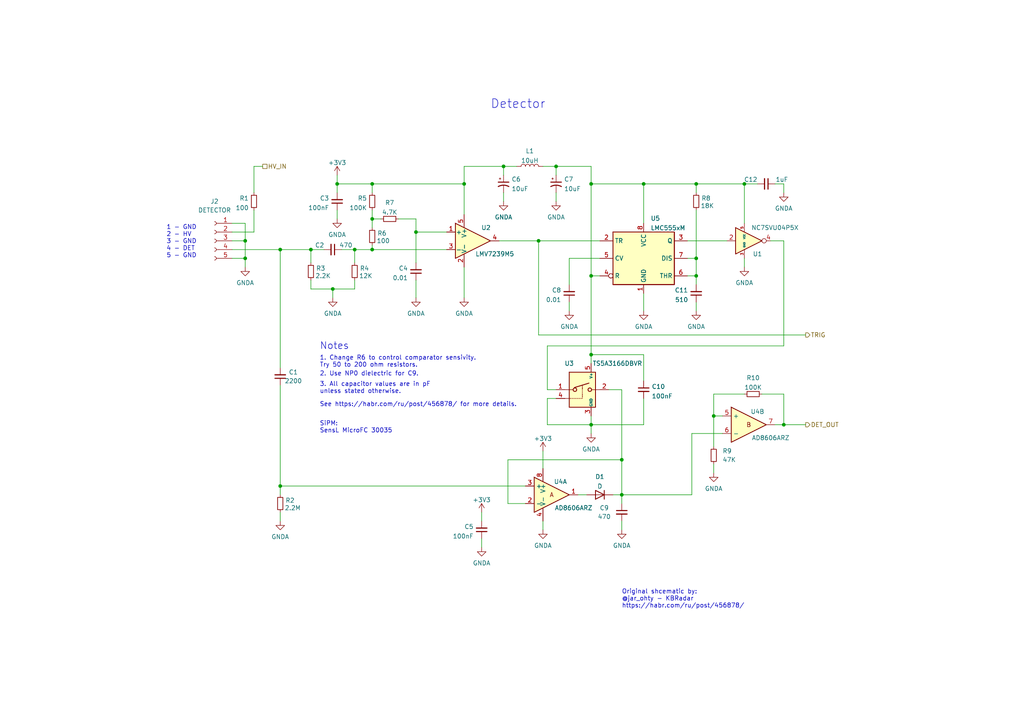
<source format=kicad_sch>
(kicad_sch (version 20211123) (generator eeschema)
  (paper "A4")
  (title_block (title "SiPM analog in") (date "2022-03-26") (rev "A0"))
  (lib_symbols
    (symbol "74xGxx:NC7SVU04P5X"
      (property "Reference" "U" (at -2.54 5.08 0))
      (property "Value" "NC7SVU04P5X" (at 7.62 5.08 0))
      (symbol "NC7SVU04P5X_0_1"
        (polyline (pts (xy -2.54 3.81) (xy -2.54 -3.81) (xy 5.08 0) (xy -2.54 3.81)) (stroke (width 0.254)) (fill (type background)))
        (circle (center 5.715 0) (radius 0.635))
      )
      (symbol "NC7SVU04P5X_1_1"
        (pin no_connect line (at 5.08 0 180) (length 2.54) hide (name "NC") (number "1"))
        (pin input line (at -5.08 0 0) (length 2.54) (name "~") (number "2"))
        (pin power_in line (at 0 -5.08 90) (length 2.54) (name "GND") (number "3"))
        (pin output line (at 7.62 0 180) (length 1.27) (name "~") (number "4"))
        (pin power_in line (at 0 5.08 270) (length 2.54) (name "VCC") (number "5"))
      )
    )
    (symbol "Analog_Switch:TS5A3166DBVR" (pin_names (offset 0.127))
      (property "Reference" "U" (at -3.81 6.35 0))
      (property "Value" "TS5A3166DBVR" (at 3.81 -6.35 0))
      (symbol "TS5A3166DBVR_0_1"
        (polyline (pts (xy -5.08 -2.54) (xy -3.302 -2.54)))
        (polyline (pts (xy -3.048 -2.54) (xy -2.794 -2.54)))
        (polyline (pts (xy -2.54 -2.54) (xy -2.286 -2.54)))
        (polyline (pts (xy -2.032 -2.54) (xy -1.778 -2.54)))
        (polyline (pts (xy -1.524 -2.54) (xy -1.27 -2.54)))
        (polyline (pts (xy -1.016 -2.54) (xy -0.762 -2.54)))
        (polyline (pts (xy -0.508 -2.54) (xy -0.254 -2.54)))
        (polyline (pts (xy 0 -2.032) (xy 0 -1.778)))
        (polyline (pts (xy 0 -1.524) (xy 0 -1.27)))
      )
      (symbol "TS5A3166DBVR_1_1"
        (rectangle (start -3.81 5.08) (end 3.81 -5.08) (stroke (width 0.254)) (fill (type background)))
        (circle (center -2.159 0) (radius 0.508) (stroke (width 0.254)))
        (polyline (pts (xy -5.08 0) (xy -2.794 0)))
        (polyline (pts (xy -2.286 0.635) (xy 1.905 1.905)) (stroke (width 0.254)))
        (polyline (pts (xy 0 -2.54) (xy 0 -2.286)))
        (polyline (pts (xy 0 -2.032) (xy 0 -1.778)))
        (polyline (pts (xy 0 -1.524) (xy 0 -1.27)))
        (polyline (pts (xy 0 -1.016) (xy 0 -0.762)))
        (polyline (pts (xy 0 -0.508) (xy 0 -0.254)))
        (polyline (pts (xy 0 0) (xy 0 0.508)))
        (polyline (pts (xy 0 0.254) (xy 0 1.27)))
        (polyline (pts (xy 5.08 0) (xy 2.794 0)))
        (circle (center 2.159 0) (radius 0.508) (stroke (width 0.254)))
        (pin passive line (at -7.62 0 0) (length 2.54) (name "~") (number "1"))
        (pin passive line (at 7.62 0 180) (length 2.54) (name "~") (number "2"))
        (pin power_in line (at 2.54 -7.62 90) (length 2.54) (name "GND") (number "3"))
        (pin input line (at -7.62 -2.54 0) (length 2.54) (name "~") (number "4"))
        (pin power_in line (at 2.54 7.62 270) (length 2.54) (name "V+") (number "5"))
      )
    )
    (symbol "Connector:Conn_01x05_Female" (pin_names (offset 1.016) hide)
      (property "Reference" "J" (at 0 7.62 0))
      (property "Value" "Conn_01x05_Female" (at 0 -7.62 0))
      (symbol "Conn_01x05_Female_1_1"
        (arc (start 0 -4.572) (mid -0.508 -5.08) (end 0 -5.588) (stroke (width 0.1524)))
        (arc (start 0 -2.032) (mid -0.508 -2.54) (end 0 -3.048) (stroke (width 0.1524)))
        (polyline (pts (xy -1.27 -5.08) (xy -0.508 -5.08)) (stroke (width 0.1524)))
        (polyline (pts (xy -1.27 -2.54) (xy -0.508 -2.54)) (stroke (width 0.1524)))
        (polyline (pts (xy -1.27 0) (xy -0.508 0)) (stroke (width 0.1524)))
        (polyline (pts (xy -1.27 2.54) (xy -0.508 2.54)) (stroke (width 0.1524)))
        (polyline (pts (xy -1.27 5.08) (xy -0.508 5.08)) (stroke (width 0.1524)))
        (arc (start 0 0.508) (mid -0.508 0) (end 0 -0.508) (stroke (width 0.1524)))
        (arc (start 0 3.048) (mid -0.508 2.54) (end 0 2.032) (stroke (width 0.1524)))
        (arc (start 0 5.588) (mid -0.508 5.08) (end 0 4.572) (stroke (width 0.1524)))
        (pin passive line (at -5.08 5.08 0) (length 3.81) (name "Pin_1") (number "1"))
        (pin passive line (at -5.08 2.54 0) (length 3.81) (name "Pin_2") (number "2"))
        (pin passive line (at -5.08 0 0) (length 3.81) (name "Pin_3") (number "3"))
        (pin passive line (at -5.08 -2.54 0) (length 3.81) (name "Pin_4") (number "4"))
        (pin passive line (at -5.08 -5.08 0) (length 3.81) (name "Pin_5") (number "5"))
      )
    )
    (symbol "Device:CP1_Small" (pin_numbers hide) (pin_names (offset 0.254) hide)
      (property "Reference" "C" (at 0.254 1.778 0))
      (property "Value" "CP1_Small" (at 0.254 -2.032 0))
      (symbol "CP1_Small_0_1"
        (polyline (pts (xy -1.524 0.508) (xy 1.524 0.508)) (stroke (width 0.3048)))
        (polyline (pts (xy -1.27 1.524) (xy -0.762 1.524)))
        (polyline (pts (xy -1.016 1.27) (xy -1.016 1.778)))
        (arc (start 1.524 -0.762) (mid 0 -0.3734) (end -1.524 -0.762) (stroke (width 0.3048)))
      )
      (symbol "CP1_Small_1_1"
        (pin passive line (at 0 2.54 270) (length 2.032) (name "~") (number "1"))
        (pin passive line (at 0 -2.54 90) (length 2.032) (name "~") (number "2"))
      )
    )
    (symbol "Device:C_Small" (pin_numbers hide) (pin_names (offset 0.254) hide)
      (property "Reference" "C" (at 0.254 1.778 0))
      (property "Value" "C_Small" (at 0.254 -2.032 0))
      (symbol "C_Small_0_1"
        (polyline (pts (xy -1.524 -0.508) (xy 1.524 -0.508)) (stroke (width 0.3302)))
        (polyline (pts (xy -1.524 0.508) (xy 1.524 0.508)) (stroke (width 0.3048)))
      )
      (symbol "C_Small_1_1"
        (pin passive line (at 0 2.54 270) (length 2.032) (name "~") (number "1"))
        (pin passive line (at 0 -2.54 90) (length 2.032) (name "~") (number "2"))
      )
    )
    (symbol "Device:D" (pin_numbers hide) (pin_names (offset 1.016) hide)
      (property "Reference" "D" (at 0 2.54 0))
      (property "Value" "D" (at 0 -2.54 0))
      (symbol "D_0_1"
        (polyline (pts (xy -1.27 1.27) (xy -1.27 -1.27)) (stroke (width 0.254)))
        (polyline (pts (xy 1.27 0) (xy -1.27 0)))
        (polyline (pts (xy 1.27 1.27) (xy 1.27 -1.27) (xy -1.27 0) (xy 1.27 1.27)) (stroke (width 0.254)))
      )
      (symbol "D_1_1"
        (pin passive line (at -3.81 0 0) (length 2.54) (name "K") (number "1"))
        (pin passive line (at 3.81 0 180) (length 2.54) (name "A") (number "2"))
      )
    )
    (symbol "Device:L" (pin_numbers hide) (pin_names (offset 1.016) hide)
      (property "Reference" "L" (at -1.27 0 90))
      (property "Value" "L" (at 1.905 0 90))
      (symbol "L_0_1"
        (arc (start 0 -2.54) (mid 0.635 -1.905) (end 0 -1.27))
        (arc (start 0 -1.27) (mid 0.635 -0.635) (end 0 0))
        (arc (start 0 0) (mid 0.635 0.635) (end 0 1.27))
        (arc (start 0 1.27) (mid 0.635 1.905) (end 0 2.54))
      )
      (symbol "L_1_1"
        (pin passive line (at 0 3.81 270) (length 1.27) (name "1") (number "1"))
        (pin passive line (at 0 -3.81 90) (length 1.27) (name "2") (number "2"))
      )
    )
    (symbol "Device:R_Small" (pin_numbers hide) (pin_names (offset 0.254) hide)
      (property "Reference" "R" (at 0.762 0.508 0))
      (property "Value" "R_Small" (at 0.762 -1.016 0))
      (symbol "R_Small_0_1"
        (rectangle (start -0.762 1.778) (end 0.762 -1.778) (stroke (width 0.2032)))
      )
      (symbol "R_Small_1_1"
        (pin passive line (at 0 2.54 270) (length 0.762) (name "~") (number "1"))
        (pin passive line (at 0 -2.54 90) (length 0.762) (name "~") (number "2"))
      )
    )
    (symbol "Timer:LMC555xM"
      (property "Reference" "U" (at -10.16 8.89 0))
      (property "Value" "LMC555xM" (at 2.54 8.89 0))
      (symbol "LMC555xM_0_0"
        (pin power_in line (at 0 -10.16 90) (length 2.54) (name "GND") (number "1"))
        (pin power_in line (at 0 10.16 270) (length 2.54) (name "VCC") (number "8"))
      )
      (symbol "LMC555xM_0_1"
        (rectangle (start -8.89 -7.62) (end 8.89 7.62) (stroke (width 0.254)) (fill (type background)))
        (rectangle (start -8.89 -7.62) (end 8.89 7.62) (stroke (width 0.254)) (fill (type background)))
      )
      (symbol "LMC555xM_1_1"
        (pin input line (at -12.7 5.08 0) (length 3.81) (name "TR") (number "2"))
        (pin output line (at 12.7 5.08 180) (length 3.81) (name "Q") (number "3"))
        (pin input inverted (at -12.7 -5.08 0) (length 3.81) (name "R") (number "4"))
        (pin input line (at -12.7 0 0) (length 3.81) (name "CV") (number "5"))
        (pin input line (at 12.7 -5.08 180) (length 3.81) (name "THR") (number "6"))
        (pin input line (at 12.7 0 180) (length 3.81) (name "DIS") (number "7"))
      )
    )
    (symbol "power:+3V3" (power) (pin_names (offset 0))
      (property "Value" "+3V3" (at 0 3.556 0))
      (symbol "+3V3_0_1"
        (polyline (pts (xy -0.762 1.27) (xy 0 2.54)))
        (polyline (pts (xy 0 0) (xy 0 2.54)))
        (polyline (pts (xy 0 2.54) (xy 0.762 1.27)))
      )
      (symbol "+3V3_1_1"
        (pin power_in line (at 0 0 90) (length 0) hide (name "+3V3") (number "1"))
      )
    )
    (symbol "power:GNDA" (power) (pin_names (offset 0))
      (property "Value" "GNDA" (at 0 -3.81 0))
      (symbol "GNDA_0_1"
        (polyline (pts (xy 0 0) (xy 0 -1.27) (xy 1.27 -1.27) (xy 0 -2.54) (xy -1.27 -1.27) (xy 0 -1.27)))
      )
      (symbol "GNDA_1_1"
        (pin power_in line (at 0 0 270) (length 0) hide (name "GNDA") (number "1"))
      )
    )
    (symbol "yktsat-common:AD8606ARZ"
      (property "Reference" "U" (at 1.27 2.54 0))
      (property "Value" "AD8606ARZ" (at 6.35 -5.08 0))
      (symbol "AD8606ARZ_0_1"
        (polyline (pts (xy -5.08 3.81) (xy 5.08 -1.27) (xy -5.08 -6.35) (xy -5.08 3.81)) (stroke (width 0.254)) (fill (type background)))
      )
      (symbol "AD8606ARZ_1_0"
        (text "A" (at 0 -1.27 0) (effects (font (size 1.27 1.27))))
      )
      (symbol "AD8606ARZ_1_1"
        (pin output line (at 7.62 -1.27 180) (length 2.54) (name "~") (number "1"))
        (pin input line (at -7.62 -3.81 0) (length 2.54) (name "-") (number "2"))
        (pin input line (at -7.62 1.27 0) (length 2.54) (name "+") (number "3"))
        (pin power_in line (at -2.54 -8.89 90) (length 3.81) (name "V-") (number "4"))
        (pin power_in line (at -2.54 6.35 270) (length 3.81) (name "V+") (number "8"))
      )
      (symbol "AD8606ARZ_2_0"
        (text "B" (at 0 -1.27 0) (effects (font (size 1.27 1.27))))
      )
      (symbol "AD8606ARZ_2_1"
        (pin input line (at -7.62 1.27 0) (length 2.54) (name "+") (number "5"))
        (pin input line (at -7.62 -3.81 0) (length 2.54) (name "-") (number "6"))
        (pin output line (at 7.62 -1.27 180) (length 2.54) (name "~") (number "7"))
      )
    )
    (symbol "yktsat-common:LMV7239M5" (pin_names (offset 0.127))
      (property "Reference" "U" (at 1.27 5.08 0))
      (property "Value" "LMV7239M5" (at 3.81 -5.08 0))
      (symbol "LMV7239M5_0_1"
        (polyline (pts (xy -5.08 5.08) (xy 5.08 0) (xy -5.08 -5.08) (xy -5.08 5.08)) (stroke (width 0.254)) (fill (type background)))
      )
      (symbol "LMV7239M5_1_1"
        (pin input line (at -7.62 2.54 0) (length 2.54) (name "+") (number "1"))
        (pin power_in line (at -2.54 -7.62 90) (length 3.81) (name "V-") (number "2"))
        (pin input line (at -7.62 -2.54 0) (length 2.54) (name "-") (number "3"))
        (pin output line (at 7.62 0 180) (length 2.54) (name "~") (number "4"))
        (pin power_in line (at -2.54 7.62 270) (length 3.81) (name "V+") (number "5"))
      )
    )
  )
  (junction (at 102.87 72.39))
  (junction (at 134.62 53.34))
  (junction (at 96.52 83.82))
  (junction (at 107.95 63.5))
  (junction (at 81.28 72.39))
  (junction (at 171.45 53.34))
  (junction (at 71.12 69.85))
  (junction (at 227.33 123.19))
  (junction (at 81.28 140.97))
  (junction (at 201.93 53.34))
  (junction (at 107.95 53.34))
  (junction (at 171.45 102.87))
  (junction (at 207.01 120.65))
  (junction (at 71.12 74.93))
  (junction (at 107.95 72.39))
  (junction (at 201.93 74.93))
  (junction (at 90.17 72.39))
  (junction (at 180.34 143.51))
  (junction (at 161.29 48.26))
  (junction (at 171.45 123.19))
  (junction (at 156.21 69.85))
  (junction (at 186.69 53.34))
  (junction (at 120.65 67.31))
  (junction (at 171.45 80.01))
  (junction (at 97.79 53.34))
  (junction (at 215.9 53.34))
  (junction (at 146.05 48.26))
  (junction (at 180.34 133.35))
  (junction (at 201.93 80.01))
  (wire (pts (xy 171.45 53.34) (xy 171.45 80.01)))
  (wire (pts (xy 180.34 133.35) (xy 147.32 133.35)))
  (wire (pts (xy 227.33 53.34) (xy 227.33 55.88)))
  (wire (pts (xy 134.62 48.26) (xy 134.62 53.34)))
  (wire (pts (xy 90.17 72.39) (xy 93.98 72.39)))
  (wire (pts (xy 158.75 100.33) (xy 227.33 100.33)))
  (wire (pts (xy 199.39 80.01) (xy 201.93 80.01)))
  (wire (pts (xy 227.33 100.33) (xy 227.33 69.85)))
  (wire (pts (xy 97.79 53.34) (xy 107.95 53.34)))
  (wire (pts (xy 139.7 156.21) (xy 139.7 158.75)))
  (wire (pts (xy 161.29 115.57) (xy 158.75 115.57)))
  (wire (pts (xy 171.45 53.34) (xy 186.69 53.34)))
  (wire (pts (xy 71.12 77.47) (xy 71.12 74.93)))
  (wire (pts (xy 201.93 53.34) (xy 215.9 53.34)))
  (wire (pts (xy 180.34 151.13) (xy 180.34 153.67)))
  (wire (pts (xy 171.45 80.01) (xy 173.99 80.01)))
  (wire (pts (xy 171.45 102.87) (xy 171.45 105.41)))
  (wire (pts (xy 201.93 60.96) (xy 201.93 74.93)))
  (wire (pts (xy 107.95 55.88) (xy 107.95 53.34)))
  (wire (pts (xy 99.06 72.39) (xy 102.87 72.39)))
  (wire (pts (xy 176.53 113.03) (xy 180.34 113.03)))
  (wire (pts (xy 215.9 74.93) (xy 215.9 77.47)))
  (wire (pts (xy 147.32 133.35) (xy 147.32 146.05)))
  (wire (pts (xy 134.62 77.47) (xy 134.62 86.36)))
  (wire (pts (xy 81.28 72.39) (xy 81.28 106.68)))
  (wire (pts (xy 134.62 48.26) (xy 146.05 48.26)))
  (wire (pts (xy 158.75 115.57) (xy 158.75 123.19)))
  (wire (pts (xy 90.17 83.82) (xy 96.52 83.82)))
  (wire (pts (xy 102.87 72.39) (xy 102.87 76.2)))
  (wire (pts (xy 173.99 74.93) (xy 165.1 74.93)))
  (wire (pts (xy 157.48 130.81) (xy 157.48 135.89)))
  (wire (pts (xy 107.95 53.34) (xy 134.62 53.34)))
  (wire (pts (xy 81.28 140.97) (xy 81.28 143.51)))
  (wire (pts (xy 180.34 113.03) (xy 180.34 133.35)))
  (wire (pts (xy 81.28 140.97) (xy 152.4 140.97)))
  (wire (pts (xy 120.65 81.28) (xy 120.65 86.36)))
  (wire (pts (xy 215.9 53.34) (xy 219.71 53.34)))
  (wire (pts (xy 81.28 111.76) (xy 81.28 140.97)))
  (wire (pts (xy 71.12 64.77) (xy 71.12 69.85)))
  (wire (pts (xy 171.45 123.19) (xy 186.69 123.19)))
  (wire (pts (xy 200.66 125.73) (xy 209.55 125.73)))
  (wire (pts (xy 224.79 123.19) (xy 227.33 123.19)))
  (wire (pts (xy 171.45 102.87) (xy 186.69 102.87)))
  (wire (pts (xy 107.95 60.96) (xy 107.95 63.5)))
  (wire (pts (xy 158.75 113.03) (xy 161.29 113.03)))
  (wire (pts (xy 156.21 69.85) (xy 173.99 69.85)))
  (wire (pts (xy 158.75 123.19) (xy 171.45 123.19)))
  (wire (pts (xy 110.49 63.5) (xy 107.95 63.5)))
  (wire (pts (xy 180.34 143.51) (xy 177.8 143.51)))
  (wire (pts (xy 67.31 72.39) (xy 81.28 72.39)))
  (wire (pts (xy 73.66 60.96) (xy 73.66 67.31)))
  (wire (pts (xy 81.28 72.39) (xy 90.17 72.39)))
  (wire (pts (xy 224.79 53.34) (xy 227.33 53.34)))
  (wire (pts (xy 107.95 71.12) (xy 107.95 72.39)))
  (wire (pts (xy 146.05 48.26) (xy 149.86 48.26)))
  (wire (pts (xy 201.93 53.34) (xy 186.69 53.34)))
  (wire (pts (xy 97.79 60.96) (xy 97.79 63.5)))
  (wire (pts (xy 186.69 102.87) (xy 186.69 110.49)))
  (wire (pts (xy 201.93 74.93) (xy 201.93 80.01)))
  (wire (pts (xy 186.69 123.19) (xy 186.69 115.57)))
  (wire (pts (xy 156.21 97.155) (xy 156.21 69.85)))
  (wire (pts (xy 67.31 64.77) (xy 71.12 64.77)))
  (wire (pts (xy 134.62 53.34) (xy 134.62 62.23)))
  (wire (pts (xy 90.17 81.28) (xy 90.17 83.82)))
  (wire (pts (xy 171.45 48.26) (xy 171.45 53.34)))
  (wire (pts (xy 201.93 87.63) (xy 201.93 90.17)))
  (wire (pts (xy 207.01 114.3) (xy 207.01 120.65)))
  (wire (pts (xy 186.69 85.09) (xy 186.69 90.17)))
  (wire (pts (xy 200.66 143.51) (xy 200.66 125.73)))
  (wire (pts (xy 207.01 120.65) (xy 209.55 120.65)))
  (wire (pts (xy 201.93 55.88) (xy 201.93 53.34)))
  (wire (pts (xy 180.34 143.51) (xy 180.34 146.05)))
  (wire (pts (xy 180.34 133.35) (xy 180.34 143.51)))
  (wire (pts (xy 199.39 69.85) (xy 210.82 69.85)))
  (wire (pts (xy 146.05 55.88) (xy 146.05 58.42)))
  (wire (pts (xy 161.29 55.88) (xy 161.29 58.42)))
  (wire (pts (xy 223.52 69.85) (xy 227.33 69.85)))
  (wire (pts (xy 199.39 74.93) (xy 201.93 74.93)))
  (wire (pts (xy 90.17 72.39) (xy 90.17 76.2)))
  (wire (pts (xy 144.78 69.85) (xy 156.21 69.85)))
  (wire (pts (xy 171.45 120.65) (xy 171.45 123.19)))
  (wire (pts (xy 120.65 67.31) (xy 120.65 76.2)))
  (wire (pts (xy 207.01 137.16) (xy 207.01 134.62)))
  (wire (pts (xy 71.12 69.85) (xy 71.12 74.93)))
  (wire (pts (xy 207.01 120.65) (xy 207.01 129.54)))
  (wire (pts (xy 107.95 63.5) (xy 107.95 66.04)))
  (wire (pts (xy 227.33 123.19) (xy 227.33 114.3)))
  (wire (pts (xy 96.52 83.82) (xy 96.52 86.36)))
  (wire (pts (xy 146.05 48.26) (xy 146.05 50.8)))
  (wire (pts (xy 157.48 48.26) (xy 161.29 48.26)))
  (wire (pts (xy 186.69 53.34) (xy 186.69 64.77)))
  (wire (pts (xy 233.68 97.155) (xy 156.21 97.155)))
  (wire (pts (xy 96.52 83.82) (xy 102.87 83.82)))
  (wire (pts (xy 147.32 146.05) (xy 152.4 146.05)))
  (wire (pts (xy 201.93 80.01) (xy 201.93 82.55)))
  (wire (pts (xy 120.65 63.5) (xy 120.65 67.31)))
  (wire (pts (xy 215.9 53.34) (xy 215.9 64.77)))
  (wire (pts (xy 158.75 100.33) (xy 158.75 113.03)))
  (wire (pts (xy 115.57 63.5) (xy 120.65 63.5)))
  (wire (pts (xy 180.34 143.51) (xy 200.66 143.51)))
  (wire (pts (xy 107.95 72.39) (xy 129.54 72.39)))
  (wire (pts (xy 161.29 48.26) (xy 161.29 50.8)))
  (wire (pts (xy 167.64 143.51) (xy 170.18 143.51)))
  (wire (pts (xy 171.45 123.19) (xy 171.45 125.73)))
  (wire (pts (xy 157.48 151.13) (xy 157.48 153.67)))
  (wire (pts (xy 161.29 48.26) (xy 171.45 48.26)))
  (wire (pts (xy 81.28 148.59) (xy 81.28 151.13)))
  (wire (pts (xy 165.1 74.93) (xy 165.1 82.55)))
  (wire (pts (xy 76.2 48.26) (xy 73.66 48.26)))
  (wire (pts (xy 97.79 53.34) (xy 97.79 55.88)))
  (wire (pts (xy 215.9 114.3) (xy 207.01 114.3)))
  (wire (pts (xy 227.33 123.19) (xy 233.68 123.19)))
  (wire (pts (xy 120.65 67.31) (xy 129.54 67.31)))
  (wire (pts (xy 97.79 50.8) (xy 97.79 53.34)))
  (wire (pts (xy 102.87 72.39) (xy 107.95 72.39)))
  (wire (pts (xy 73.66 48.26) (xy 73.66 55.88)))
  (wire (pts (xy 171.45 80.01) (xy 171.45 102.87)))
  (wire (pts (xy 73.66 67.31) (xy 67.31 67.31)))
  (wire (pts (xy 227.33 114.3) (xy 220.98 114.3)))
  (wire (pts (xy 139.7 148.59) (xy 139.7 151.13)))
  (wire (pts (xy 165.1 87.63) (xy 165.1 90.17)))
  (wire (pts (xy 102.87 83.82) (xy 102.87 81.28)))
  (wire (pts (xy 71.12 74.93) (xy 67.31 74.93)))
  (wire (pts (xy 67.31 69.85) (xy 71.12 69.85)))
  (text "Detector" (at 142.24 31.75 0) (effects (font (size 2.54 2.54)) (justify left bottom)))
  (text "See https://habr.com/ru/post/456878/ for more details." (at 92.71 118.11 0) (effects (font (size 1.27 1.27)) (justify left bottom)))
  (text "Notes" (at 92.71 101.6 0) (effects (font (size 2 2)) (justify left bottom)))
  (text "2. Use NP0 dielectric for C9." (at 92.71 109.22 0) (effects (font (size 1.27 1.27)) (justify left bottom)))
  (text "1. Change R6 to control comparator sensivity.\nTry 50 to 200 ohm resistors." (at 92.71 106.68 0) (effects (font (size 1.27 1.27)) (justify left bottom)))
  (text "SiPM:\nSensL MicroFC 30035" (at 92.71 125.73 0) (effects (font (size 1.27 1.27)) (justify left bottom)))
  (text "1 - GND\n2 - HV\n3 - GND\n4 - DET\n5 - GND" (at 48.26 74.93 0) (effects (font (size 1.27 1.27)) (justify left bottom)))
  (text "Original shcematic by:\n@jar_ohty - KBRadar\nhttps://habr.com/ru/post/456878/" (at 180.34 176.53 0) (effects (font (size 1.27 1.27)) (justify left bottom)))
  (text "3. All capacitor values are in pF \nunless stated otherwise." (at 92.71 114.3 0) (effects (font (size 1.27 1.27)) (justify left bottom)))
  (hierarchical_label "DET_OUT" (shape output) (at 233.68 123.19 0))
  (hierarchical_label "HV_IN" (shape passive) (at 76.2 48.26 0))
  (hierarchical_label "TRIG" (shape output) (at 233.68 97.155 0))
  (symbol (lib_id "power:GNDA") (at 97.79 63.5 0) (unit 1)
    (property "Reference" "#PWR05" (effects hide))
    (property "Value" "GNDA" (at 97.79 68.0625 0))
  )
  (symbol (lib_id "Device:C_Small") (at 222.25 53.34 270) (mirror x) (unit 1)
    (property "Reference" "C12" (at 219.71 52.07 90) (effects (justify right)))
    (property "Value" "1uF" (at 228.6 52.07 90) (effects (justify right)))
    (property "Footprint" "Capacitor_SMD:C_0603_1608Metric" (effects hide))
  )
  (symbol (lib_id "power:GNDA") (at 157.48 153.67 0) (unit 1)
    (property "Reference" "#PWR012" (effects hide))
    (property "Value" "GNDA" (at 157.48 158.2325 0))
  )
  (symbol (lib_id "power:GNDA") (at 146.05 58.42 0) (unit 1)
    (property "Reference" "#PWR010" (effects hide))
    (property "Value" "GNDA" (at 146.05 62.9825 0))
  )
  (symbol (lib_id "Device:R_Small") (at 207.01 132.08 0) (mirror y) (unit 1)
    (property "Reference" "R9" (at 209.55 130.81 0) (effects (justify right)))
    (property "Value" "47K" (at 209.55 133.35 0) (effects (justify right)))
    (property "Footprint" "Resistor_SMD:R_0402_1005Metric" (effects hide))
  )
  (symbol (lib_id "Device:L") (at 153.67 48.26 90) (unit 1)
    (property "Reference" "L1" (at 153.67 43.7855 90))
    (property "Value" "10uH" (at 153.67 46.5606 90))
    (property "Footprint" "Inductor_SMD:L_0805_2012Metric" (effects hide))
  )
  (symbol (lib_id "power:GNDA") (at 171.45 125.73 0) (unit 1)
    (property "Reference" "#PWR015" (effects hide))
    (property "Value" "GNDA" (at 171.45 130.2925 0))
  )
  (symbol (lib_id "Device:CP1_Small") (at 146.05 53.34 0) (unit 1)
    (property "Reference" "C6" (at 148.3614 51.9997 0) (effects (justify left)))
    (property "Value" "10uF" (at 148.3614 54.7748 0) (effects (justify left)))
    (property "Footprint" "Capacitor_Tantalum_SMD:CP_EIA-1608-08_AVX-J" (effects hide))
  )
  (symbol (lib_id "Analog_Switch:TS5A3166DBVR") (at 168.91 113.03 0) (unit 1)
    (property "Reference" "U3" (at 165.1 105.41 0))
    (property "Value" "TS5A3166DBVR" (at 179.07 105.41 0))
    (property "Footprint" "Package_TO_SOT_SMD:SOT-23-5" (effects hide))
    (property "Datasheet" " http://www.ti.com/lit/ds/symlink/ts5a3166.pdf" (effects hide))
  )
  (symbol (lib_id "Device:C_Small") (at 180.34 148.59 0) (unit 1)
    (property "Reference" "C9" (at 175.26 147.32 0))
    (property "Value" "470" (at 175.26 149.86 0))
    (property "Footprint" "Capacitor_SMD:C_1206_3216Metric" (effects hide))
  )
  (symbol (lib_id "power:GNDA") (at 180.34 153.67 0) (unit 1)
    (property "Reference" "#PWR016" (effects hide))
    (property "Value" "GNDA" (at 180.34 158.2325 0))
  )
  (symbol (lib_id "power:+3V3") (at 139.7 148.59 0) (unit 1)
    (property "Reference" "#PWR08" (effects hide))
    (property "Value" "+3V3" (at 139.7 144.9855 0))
  )
  (symbol (lib_id "Device:R_Small") (at 113.03 63.5 90) (unit 1)
    (property "Reference" "R7" (at 113.03 58.7969 90))
    (property "Value" "4.7K" (at 113.03 61.572 90))
    (property "Footprint" "Resistor_SMD:R_0402_1005Metric" (effects hide))
  )
  (symbol (lib_id "power:+3V3") (at 157.48 130.81 0) (unit 1)
    (property "Reference" "#PWR011" (effects hide))
    (property "Value" "+3V3" (at 157.48 127.2055 0))
  )
  (symbol (lib_id "Connector:Conn_01x05_Female") (at 62.23 69.85 0) (mirror y) (unit 1)
    (property "Reference" "J2" (at 62.23 58.42 0))
    (property "Value" "DETECTOR" (at 62.23 60.96 0))
    (property "Footprint" "Connector_Molex:Molex_PicoBlade_53048-0510_1x05_P1.25mm_Horizontal" (effects hide))
  )
  (symbol (lib_id "Device:R_Small") (at 107.95 68.58 0) (unit 1)
    (property "Reference" "R6" (at 109.4486 67.6715 0) (effects (justify left)))
    (property "Value" "100" (at 109.22 69.85 0) (effects (justify left)))
    (property "Footprint" "Resistor_SMD:R_0402_1005Metric" (effects hide))
  )
  (symbol (lib_id "Device:C_Small") (at 120.65 78.74 0) (mirror x) (unit 1)
    (property "Reference" "C4" (at 118.3259 77.8251 0) (effects (justify right)))
    (property "Value" "0.01" (at 118.3259 80.6002 0) (effects (justify right)))
    (property "Footprint" "Capacitor_SMD:C_0402_1005Metric" (effects hide))
  )
  (symbol (lib_id "Device:C_Small") (at 97.79 58.42 0) (mirror x) (unit 1)
    (property "Reference" "C3" (at 95.4659 57.5051 0) (effects (justify right)))
    (property "Value" "100nF" (at 95.4659 60.2802 0) (effects (justify right)))
    (property "Footprint" "Capacitor_SMD:C_0402_1005Metric" (effects hide))
  )
  (symbol (lib_id "power:GNDA") (at 81.28 151.13 0) (unit 1)
    (property "Reference" "#PWR02" (effects hide))
    (property "Value" "GNDA" (at 81.28 155.6925 0))
  )
  (symbol (lib_id "power:GNDA") (at 134.62 86.36 0) (unit 1)
    (property "Reference" "#PWR07" (effects hide))
    (property "Value" "GNDA" (at 134.62 90.9225 0))
  )
  (symbol (lib_id "power:GNDA") (at 120.65 86.36 0) (unit 1)
    (property "Reference" "#PWR06" (effects hide))
    (property "Value" "GNDA" (at 120.65 90.9225 0))
  )
  (symbol (lib_id "Timer:LMC555xM") (at 186.69 74.93 0) (unit 1)
    (property "Reference" "U5" (at 188.7094 63.3435 0) (effects (justify left)))
    (property "Value" "LMC555xM" (at 188.7094 66.1186 0) (effects (justify left)))
    (property "Footprint" "Package_SO:SOIC-8_3.9x4.9mm_P1.27mm" (effects hide))
    (property "Datasheet" "http://www.ti.com/lit/ds/symlink/lmc555.pdf" (effects hide))
  )
  (symbol (lib_id "power:GNDA") (at 201.93 90.17 0) (unit 1)
    (property "Reference" "#PWR018" (effects hide))
    (property "Value" "GNDA" (at 201.93 94.7325 0))
  )
  (symbol (lib_id "power:GNDA") (at 139.7 158.75 0) (unit 1)
    (property "Reference" "#PWR09" (effects hide))
    (property "Value" "GNDA" (at 139.7 163.3125 0))
  )
  (symbol (lib_id "power:+3V3") (at 97.79 50.8 0) (unit 1)
    (property "Reference" "#PWR04" (effects hide))
    (property "Value" "+3V3" (at 97.79 47.1955 0))
  )
  (symbol (lib_id "yktsat-common:LMV7239M5") (at 137.16 69.85 0) (unit 1)
    (property "Reference" "U2" (at 140.97 66.04 0))
    (property "Value" "LMV7239M5" (at 143.51 73.66 0))
    (property "Footprint" "Package_TO_SOT_SMD:SOT-23-5" (effects hide))
    (property "Datasheet" "http://www.ti.com/lit/ds/symlink/lmv7239.pdf" (effects hide))
  )
  (symbol (lib_id "Device:C_Small") (at 139.7 153.67 0) (mirror x) (unit 1)
    (property "Reference" "C5" (at 137.3759 152.7551 0) (effects (justify right)))
    (property "Value" "100nF" (at 137.3759 155.5302 0) (effects (justify right)))
    (property "Footprint" "Capacitor_SMD:C_0402_1005Metric" (effects hide))
  )
  (symbol (lib_id "power:GNDA") (at 161.29 58.42 0) (unit 1)
    (property "Reference" "#PWR013" (effects hide))
    (property "Value" "GNDA" (at 161.29 62.9825 0))
  )
  (symbol (lib_id "power:GNDA") (at 96.52 86.36 0) (unit 1)
    (property "Reference" "#PWR03" (effects hide))
    (property "Value" "GNDA" (at 96.52 90.9225 0))
  )
  (symbol (lib_id "Device:R_Small") (at 107.95 58.42 0) (mirror x) (unit 1)
    (property "Reference" "R5" (at 106.4514 57.5115 0) (effects (justify right)))
    (property "Value" "100K" (at 106.4514 60.2866 0) (effects (justify right)))
    (property "Footprint" "Resistor_SMD:R_0402_1005Metric" (effects hide))
  )
  (symbol (lib_id "Device:C_Small") (at 186.69 113.03 0) (unit 1)
    (property "Reference" "C10" (at 189.0141 112.1278 0) (effects (justify left)))
    (property "Value" "100nF" (at 189.0141 114.9029 0) (effects (justify left)))
    (property "Footprint" "Capacitor_SMD:C_0402_1005Metric" (effects hide))
  )
  (symbol (lib_id "yktsat-common:AD8606ARZ") (at 217.17 121.92 0) (unit 2)
    (property "Reference" "U4" (at 219.71 119.38 0))
    (property "Value" "AD8606ARZ" (at 223.52 127 0))
    (property "Footprint" "Package_SO:SOIC-8_3.9x4.9mm_P1.27mm" (effects hide))
    (property "Datasheet" "https://www.analog.com/media/en/technical-documentation/data-sheets/AD8605_8606_8608.pdf" (effects hide))
  )
  (symbol (lib_id "Device:R_Small") (at 201.93 58.42 0) (unit 1)
    (property "Reference" "R8" (at 203.4286 57.5115 0) (effects (justify left)))
    (property "Value" "18K" (at 203.2 59.69 0) (effects (justify left)))
    (property "Footprint" "Resistor_SMD:R_0402_1005Metric" (effects hide))
  )
  (symbol (lib_id "Device:R_Small") (at 102.87 78.74 0) (unit 1)
    (property "Reference" "R4" (at 104.3686 77.8315 0) (effects (justify left)))
    (property "Value" "12K" (at 104.14 80.01 0) (effects (justify left)))
    (property "Footprint" "Resistor_SMD:R_0402_1005Metric" (effects hide))
  )
  (symbol (lib_id "Device:R_Small") (at 73.66 58.42 0) (mirror x) (unit 1)
    (property "Reference" "R1" (at 72.1614 57.5115 0) (effects (justify right)))
    (property "Value" "100" (at 72.1614 60.2866 0) (effects (justify right)))
    (property "Footprint" "Resistor_SMD:R_0402_1005Metric" (effects hide))
  )
  (symbol (lib_id "Device:R_Small") (at 81.28 146.05 0) (unit 1)
    (property "Reference" "R2" (at 82.7786 145.1415 0) (effects (justify left)))
    (property "Value" "2.2M" (at 82.55 147.32 0) (effects (justify left)))
    (property "Footprint" "Resistor_SMD:R_0402_1005Metric" (effects hide))
  )
  (symbol (lib_id "74xGxx:NC7SVU04P5X") (at 215.9 69.85 0) (unit 1)
    (property "Reference" "U1" (at 219.71 73.66 0))
    (property "Value" "NC7SVU04P5X" (at 224.79 66.04 0))
    (property "Footprint" "Package_TO_SOT_SMD:SOT-353_SC-70-5" (effects hide))
    (property "Datasheet" "https://www.onsemi.com/pub/Collateral/NC7SVU04-D.pdf" (effects hide))
  )
  (symbol (lib_id "power:GNDA") (at 227.33 55.88 0) (unit 1)
    (property "Reference" "#PWR021" (effects hide))
    (property "Value" "GNDA" (at 227.33 60.4425 0))
  )
  (symbol (lib_id "Device:CP1_Small") (at 161.29 53.34 0) (unit 1)
    (property "Reference" "C7" (at 163.6014 51.9997 0) (effects (justify left)))
    (property "Value" "10uF" (at 163.6014 54.7748 0) (effects (justify left)))
    (property "Footprint" "Capacitor_Tantalum_SMD:CP_EIA-1608-08_AVX-J" (effects hide))
  )
  (symbol (lib_id "power:GNDA") (at 186.69 90.17 0) (unit 1)
    (property "Reference" "#PWR017" (effects hide))
    (property "Value" "GNDA" (at 186.69 94.7325 0))
  )
  (symbol (lib_id "Device:R_Small") (at 90.17 78.74 0) (unit 1)
    (property "Reference" "R3" (at 91.6686 77.8315 0) (effects (justify left)))
    (property "Value" "2.2K" (at 91.44 80.01 0) (effects (justify left)))
    (property "Footprint" "Resistor_SMD:R_0402_1005Metric" (effects hide))
  )
  (symbol (lib_id "Device:C_Small") (at 96.52 72.39 270) (unit 1)
    (property "Reference" "C2" (at 92.71 71.12 90))
    (property "Value" "470" (at 100.33 71.12 90))
    (property "Footprint" "Capacitor_SMD:C_0402_1005Metric" (effects hide))
  )
  (symbol (lib_id "Device:R_Small") (at 218.44 114.3 270) (mirror x) (unit 1)
    (property "Reference" "R10" (at 218.44 109.5969 90))
    (property "Value" "100K" (at 218.44 112.372 90))
    (property "Footprint" "Resistor_SMD:R_0402_1005Metric" (effects hide))
  )
  (symbol (lib_id "Device:C_Small") (at 201.93 85.09 0) (mirror x) (unit 1)
    (property "Reference" "C11" (at 199.6059 84.1751 0) (effects (justify right)))
    (property "Value" "510" (at 199.6059 86.9502 0) (effects (justify right)))
    (property "Footprint" "Capacitor_SMD:C_0402_1005Metric" (effects hide))
  )
  (symbol (lib_id "Device:C_Small") (at 165.1 85.09 0) (mirror x) (unit 1)
    (property "Reference" "C8" (at 162.7759 84.1751 0) (effects (justify right)))
    (property "Value" "0.01" (at 162.7759 86.9502 0) (effects (justify right)))
    (property "Footprint" "Capacitor_SMD:C_0402_1005Metric" (effects hide))
  )
  (symbol (lib_id "Device:C_Small") (at 81.28 109.22 180) (unit 1)
    (property "Reference" "C1" (at 85.09 107.95 0))
    (property "Value" "2200" (at 85.09 110.49 0))
    (property "Footprint" "Capacitor_SMD:C_1206_3216Metric" (effects hide))
  )
  (symbol (lib_id "Device:D") (at 173.99 143.51 180) (unit 1)
    (property "Reference" "D1" (at 173.99 138.2735 0))
    (property "Value" "D" (at 173.99 141.0486 0))
  )
  (symbol (lib_id "power:GNDA") (at 215.9 77.47 0) (unit 1)
    (property "Reference" "#PWR020" (effects hide))
    (property "Value" "GNDA" (at 215.9 82.0325 0))
  )
  (symbol (lib_id "yktsat-common:AD8606ARZ") (at 160.02 142.24 0) (unit 1)
    (property "Reference" "U4" (at 162.56 139.7 0))
    (property "Value" "AD8606ARZ" (at 166.37 147.32 0))
    (property "Footprint" "Package_SO:SOIC-8_3.9x4.9mm_P1.27mm" (effects hide))
    (property "Datasheet" "https://www.analog.com/media/en/technical-documentation/data-sheets/AD8605_8606_8608.pdf" (effects hide))
  )
  (symbol (lib_id "power:GNDA") (at 165.1 90.17 0) (unit 1)
    (property "Reference" "#PWR014" (effects hide))
    (property "Value" "GNDA" (at 165.1 94.7325 0))
  )
  (symbol (lib_id "power:GNDA") (at 71.12 77.47 0) (unit 1)
    (property "Reference" "#PWR01" (effects hide))
    (property "Value" "GNDA" (at 71.12 82.0325 0))
  )
  (symbol (lib_id "power:GNDA") (at 207.01 137.16 0) (unit 1)
    (property "Reference" "#PWR019" (effects hide))
    (property "Value" "GNDA" (at 207.01 141.7225 0))
  )
)
</source>
